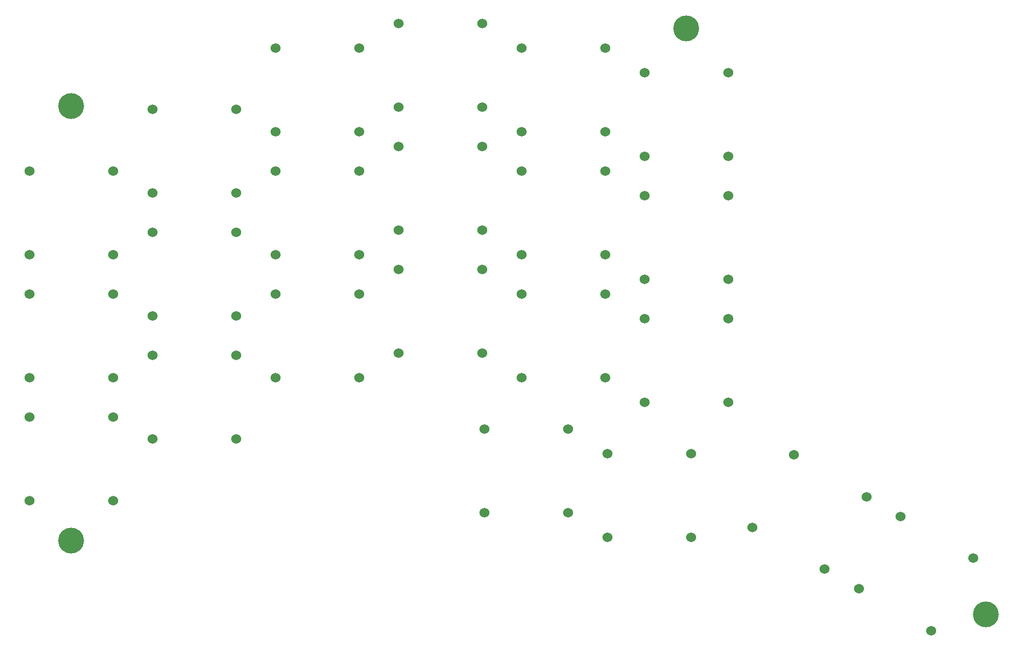
<source format=gtl>
G04 #@! TF.GenerationSoftware,KiCad,Pcbnew,5.0.2-bee76a0~70~ubuntu18.04.1*
G04 #@! TF.CreationDate,2019-07-25T02:00:29+09:00*
G04 #@! TF.ProjectId,topR,746f7052-2e6b-4696-9361-645f70636258,rev?*
G04 #@! TF.SameCoordinates,Original*
G04 #@! TF.FileFunction,Copper,L1,Top*
G04 #@! TF.FilePolarity,Positive*
%FSLAX46Y46*%
G04 Gerber Fmt 4.6, Leading zero omitted, Abs format (unit mm)*
G04 Created by KiCad (PCBNEW 5.0.2-bee76a0~70~ubuntu18.04.1) date 2019年07月25日 02時00分29秒*
%MOMM*%
%LPD*%
G01*
G04 APERTURE LIST*
G04 #@! TA.AperFunction,WasherPad*
%ADD10C,1.524000*%
G04 #@! TD*
G04 #@! TA.AperFunction,WasherPad*
%ADD11C,4.000000*%
G04 #@! TD*
G04 APERTURE END LIST*
D10*
G04 #@! TO.P,SW8,*
G04 #@! TO.N,*
X162536841Y-100671426D03*
X149582841Y-87717426D03*
X162536841Y-87717426D03*
X149582841Y-100671426D03*
G04 #@! TD*
G04 #@! TO.P,SW19,*
G04 #@! TO.N,*
X219517588Y-128653679D03*
X201822094Y-133395173D03*
X208299094Y-122176679D03*
X213040588Y-139872173D03*
G04 #@! TD*
G04 #@! TO.P,SW20,*
G04 #@! TO.N,*
X203007588Y-119128679D03*
X185312094Y-123870173D03*
X191789094Y-112651679D03*
X196530588Y-130347173D03*
G04 #@! TD*
G04 #@! TO.P,SW16,*
G04 #@! TO.N,*
X124436841Y-100671426D03*
X111482841Y-87717426D03*
X124436841Y-87717426D03*
X111482841Y-100671426D03*
G04 #@! TD*
G04 #@! TO.P,SW8,*
G04 #@! TO.N,*
X162536841Y-81621426D03*
X149582841Y-68667426D03*
X162536841Y-68667426D03*
X149582841Y-81621426D03*
G04 #@! TD*
G04 #@! TO.P,SW22,*
G04 #@! TO.N,*
X156821841Y-121626426D03*
X143867841Y-108672426D03*
X156821841Y-108672426D03*
X143867841Y-121626426D03*
G04 #@! TD*
G04 #@! TO.P,SW21,*
G04 #@! TO.N,*
X175871841Y-125436426D03*
X162917841Y-112482426D03*
X175871841Y-112482426D03*
X162917841Y-125436426D03*
G04 #@! TD*
G04 #@! TO.P,SW1,*
G04 #@! TO.N,*
X181586841Y-66381426D03*
X168632841Y-53427426D03*
X181586841Y-53427426D03*
X168632841Y-66381426D03*
G04 #@! TD*
G04 #@! TO.P,SW2,*
G04 #@! TO.N,*
X162536841Y-62571426D03*
X149582841Y-49617426D03*
X162536841Y-49617426D03*
X149582841Y-62571426D03*
G04 #@! TD*
G04 #@! TO.P,SW3,*
G04 #@! TO.N,*
X143486841Y-58761426D03*
X130532841Y-45807426D03*
X143486841Y-45807426D03*
X130532841Y-58761426D03*
G04 #@! TD*
G04 #@! TO.P,SW4,*
G04 #@! TO.N,*
X124436841Y-62571426D03*
X111482841Y-49617426D03*
X124436841Y-49617426D03*
X111482841Y-62571426D03*
G04 #@! TD*
G04 #@! TO.P,SW5,*
G04 #@! TO.N,*
X105386841Y-72096426D03*
X92432841Y-59142426D03*
X105386841Y-59142426D03*
X92432841Y-72096426D03*
G04 #@! TD*
G04 #@! TO.P,SW6,*
G04 #@! TO.N,*
X86336841Y-81621426D03*
X73382841Y-68667426D03*
X86336841Y-68667426D03*
X73382841Y-81621426D03*
G04 #@! TD*
G04 #@! TO.P,SW7,*
G04 #@! TO.N,*
X181586841Y-85431426D03*
X168632841Y-72477426D03*
X181586841Y-72477426D03*
X168632841Y-85431426D03*
G04 #@! TD*
G04 #@! TO.P,SW9,*
G04 #@! TO.N,*
X143486841Y-77811426D03*
X130532841Y-64857426D03*
X143486841Y-64857426D03*
X130532841Y-77811426D03*
G04 #@! TD*
G04 #@! TO.P,SW10,*
G04 #@! TO.N,*
X124436841Y-81621426D03*
X111482841Y-68667426D03*
X124436841Y-68667426D03*
X111482841Y-81621426D03*
G04 #@! TD*
G04 #@! TO.P,SW11,*
G04 #@! TO.N,*
X105386841Y-91146426D03*
X92432841Y-78192426D03*
X105386841Y-78192426D03*
X92432841Y-91146426D03*
G04 #@! TD*
G04 #@! TO.P,SW12,*
G04 #@! TO.N,*
X86336841Y-100671426D03*
X73382841Y-87717426D03*
X86336841Y-87717426D03*
X73382841Y-100671426D03*
G04 #@! TD*
G04 #@! TO.P,SW13,*
G04 #@! TO.N,*
X181586841Y-104481426D03*
X168632841Y-91527426D03*
X181586841Y-91527426D03*
X168632841Y-104481426D03*
G04 #@! TD*
G04 #@! TO.P,SW15,*
G04 #@! TO.N,*
X143486841Y-96861426D03*
X130532841Y-83907426D03*
X143486841Y-83907426D03*
X130532841Y-96861426D03*
G04 #@! TD*
G04 #@! TO.P,SW17,*
G04 #@! TO.N,*
X105386841Y-110196426D03*
X92432841Y-97242426D03*
X105386841Y-97242426D03*
X92432841Y-110196426D03*
G04 #@! TD*
G04 #@! TO.P,SW18,*
G04 #@! TO.N,*
X86336841Y-119721426D03*
X73382841Y-106767426D03*
X86336841Y-106767426D03*
X73382841Y-119721426D03*
G04 #@! TD*
D11*
G04 #@! TO.P,Ref1,*
G04 #@! TO.N,*
X175109841Y-46569426D03*
G04 #@! TD*
G04 #@! TO.P,Ref3,*
G04 #@! TO.N,*
X221464841Y-137374426D03*
G04 #@! TD*
G04 #@! TO.P,Ref5,*
G04 #@! TO.N,*
X79859841Y-125944426D03*
G04 #@! TD*
G04 #@! TO.P,Ref2,*
G04 #@! TO.N,*
X79859841Y-58634426D03*
G04 #@! TD*
M02*

</source>
